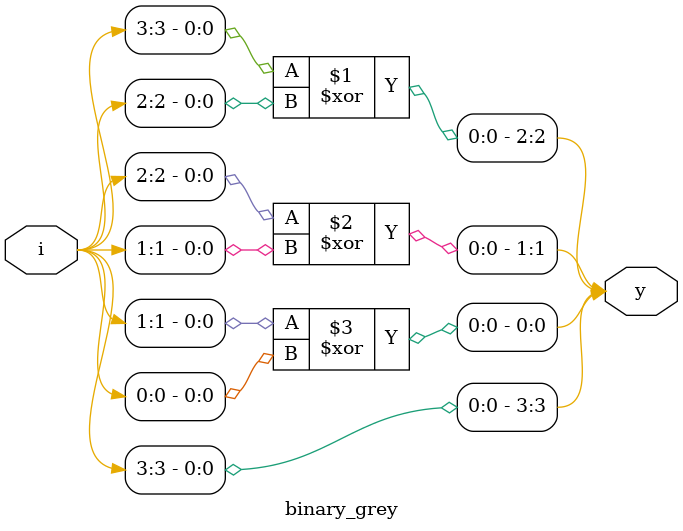
<source format=v>
module binary_grey(input [3:0]i,output [3:0]y);
  assign y[3]=i[3];
  assign y[2]=i[3]^i[2];
  assign y[1]=i[2]^i[1];
  assign y[0]=i[1]^i[0];
endmodule
</source>
